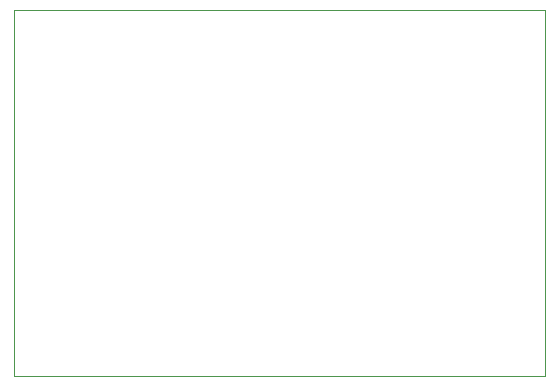
<source format=gko>
G04*
G04 #@! TF.GenerationSoftware,Altium Limited,Altium Designer,21.3.2 (30)*
G04*
G04 Layer_Color=16711935*
%FSLAX25Y25*%
%MOIN*%
G70*
G04*
G04 #@! TF.SameCoordinates,97264966-10FB-41C2-9D5A-9FAD70EEB638*
G04*
G04*
G04 #@! TF.FilePolarity,Positive*
G04*
G01*
G75*
%ADD32C,0.00394*%
D32*
X547244Y255906D02*
Y377953D01*
X370079Y255906D02*
Y377953D01*
Y255906D02*
X547244Y255906D01*
X370079Y377953D02*
X547244Y377953D01*
M02*

</source>
